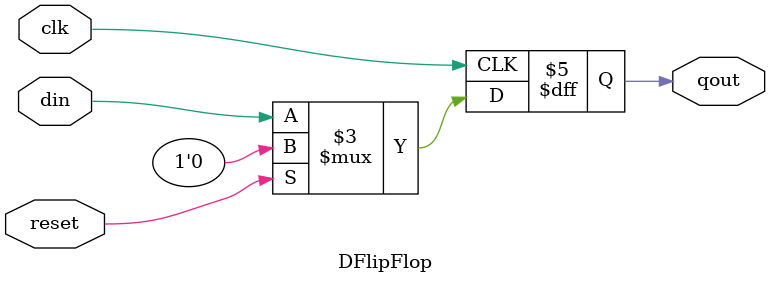
<source format=v>
`timescale 1 ns/100 ps
module DFlipFlop (reset, din, clk, qout);
	input reset, din, clk;
	output qout;
	reg qout;
	always @ (posedge clk) begin
		if (reset)
			qout <= #8 1'b0;
		else
			qout <= #8 din;
	end
endmodule

</source>
